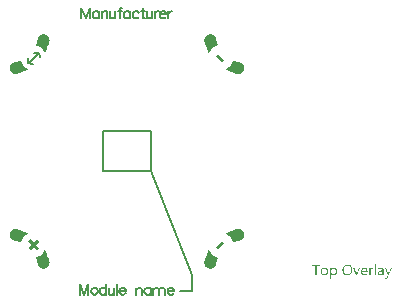
<source format=gto>
G04*
G04 #@! TF.GenerationSoftware,Altium Limited,Altium Designer,22.4.2 (48)*
G04*
G04 Layer_Color=65535*
%FSAX44Y44*%
%MOMM*%
G71*
G04*
G04 #@! TF.SameCoordinates,3CED078E-C40B-4900-A66E-FCBC5E85EC31*
G04*
G04*
G04 #@! TF.FilePolarity,Positive*
G04*
G01*
G75*
%ADD10C,0.1000*%
%ADD11C,0.3300*%
%ADD12C,1.0000*%
%ADD13C,0.2000*%
%ADD14C,0.1700*%
G36*
X00082483Y-00077517D02*
X00077517Y-00082483D01*
X00075515Y-00080480D01*
X00080480Y-00075515D01*
X00082483Y-00077517D01*
X00082483Y-00077517D02*
G37*
G36*
X00082483Y00077517D02*
X00080480Y00075515D01*
X00075515Y00080480D01*
X00077517Y00082483D01*
X00082483Y00077517D01*
X00082483Y00077517D02*
G37*
G36*
X-00078873Y-00077114D02*
X-00076180Y-00074421D01*
X-00074384Y-00076216D01*
X-00077077Y-00078909D01*
X-00074394Y-00081593D01*
X-00076189Y-00083389D01*
X-00078873Y-00080705D01*
X-00081584Y-00083416D01*
X-00083379Y-00081621D01*
X-00080668Y-00078909D01*
X-00083389Y-00076189D01*
X-00081593Y-00074394D01*
X-00078873Y-00077114D01*
X-00078873Y-00077114D02*
G37*
G36*
X00175295Y-00098238D02*
X00175381Y-00098246D01*
X00175483Y-00098253D01*
X00175601Y-00098277D01*
X00175735Y-00098301D01*
X00175884Y-00098340D01*
X00176033Y-00098387D01*
X00176190Y-00098442D01*
X00176347Y-00098512D01*
X00176512Y-00098591D01*
X00176669Y-00098693D01*
X00176818Y-00098811D01*
X00176967Y-00098944D01*
X00177100Y-00099093D01*
X00177108Y-00099101D01*
X00177132Y-00099132D01*
X00177163Y-00099180D01*
X00177210Y-00099250D01*
X00177257Y-00099337D01*
X00177320Y-00099439D01*
X00177383Y-00099564D01*
X00177446Y-00099698D01*
X00177508Y-00099854D01*
X00177571Y-00100027D01*
X00177634Y-00100216D01*
X00177681Y-00100420D01*
X00177728Y-00100639D01*
X00177759Y-00100875D01*
X00177783Y-00101126D01*
X00177791Y-00101385D01*
X00177791Y-00101393D01*
X00177791Y-00101401D01*
X00177791Y-00101424D01*
X00177791Y-00101456D01*
X00177783Y-00101542D01*
X00177775Y-00101652D01*
X00177767Y-00101785D01*
X00177752Y-00101942D01*
X00177728Y-00102115D01*
X00177697Y-00102303D01*
X00177650Y-00102500D01*
X00177603Y-00102711D01*
X00177540Y-00102923D01*
X00177461Y-00103135D01*
X00177375Y-00103347D01*
X00177273Y-00103559D01*
X00177147Y-00103755D01*
X00177014Y-00103944D01*
X00177006Y-00103952D01*
X00176975Y-00103983D01*
X00176935Y-00104030D01*
X00176873Y-00104093D01*
X00176794Y-00104163D01*
X00176700Y-00104250D01*
X00176582Y-00104336D01*
X00176457Y-00104422D01*
X00176315Y-00104509D01*
X00176150Y-00104595D01*
X00175978Y-00104681D01*
X00175790Y-00104752D01*
X00175585Y-00104815D01*
X00175366Y-00104862D01*
X00175130Y-00104893D01*
X00174887Y-00104901D01*
X00174832Y-00104901D01*
X00174769Y-00104893D01*
X00174683Y-00104886D01*
X00174581Y-00104870D01*
X00174463Y-00104846D01*
X00174330Y-00104815D01*
X00174181Y-00104768D01*
X00174031Y-00104713D01*
X00173874Y-00104642D01*
X00173717Y-00104556D01*
X00173553Y-00104454D01*
X00173396Y-00104328D01*
X00173247Y-00104187D01*
X00173105Y-00104022D01*
X00172972Y-00103834D01*
X00172948Y-00103834D01*
X00172948Y-00107680D01*
X00171928Y-00107680D01*
X00171928Y-00098379D01*
X00172948Y-00098379D01*
X00172948Y-00099501D01*
X00172972Y-00099501D01*
X00172980Y-00099486D01*
X00173011Y-00099446D01*
X00173050Y-00099384D01*
X00173113Y-00099305D01*
X00173192Y-00099203D01*
X00173286Y-00099101D01*
X00173403Y-00098983D01*
X00173529Y-00098866D01*
X00173678Y-00098748D01*
X00173843Y-00098630D01*
X00174024Y-00098528D01*
X00174220Y-00098426D01*
X00174432Y-00098348D01*
X00174667Y-00098285D01*
X00174911Y-00098246D01*
X00175177Y-00098230D01*
X00175232Y-00098230D01*
X00175295Y-00098238D01*
X00175295Y-00098238D02*
G37*
G36*
X00208149Y-00098277D02*
X00208236Y-00098277D01*
X00208330Y-00098293D01*
X00208432Y-00098308D01*
X00208534Y-00098324D01*
X00208620Y-00098356D01*
X00208620Y-00099415D01*
X00208605Y-00099407D01*
X00208573Y-00099384D01*
X00208510Y-00099352D01*
X00208424Y-00099313D01*
X00208306Y-00099274D01*
X00208181Y-00099242D01*
X00208024Y-00099219D01*
X00207843Y-00099211D01*
X00207780Y-00099211D01*
X00207733Y-00099219D01*
X00207678Y-00099227D01*
X00207616Y-00099242D01*
X00207467Y-00099289D01*
X00207380Y-00099321D01*
X00207294Y-00099360D01*
X00207200Y-00099415D01*
X00207105Y-00099470D01*
X00207019Y-00099541D01*
X00206925Y-00099627D01*
X00206839Y-00099721D01*
X00206752Y-00099831D01*
X00206744Y-00099839D01*
X00206737Y-00099862D01*
X00206713Y-00099894D01*
X00206682Y-00099941D01*
X00206650Y-00100004D01*
X00206611Y-00100082D01*
X00206572Y-00100169D01*
X00206532Y-00100271D01*
X00206493Y-00100380D01*
X00206454Y-00100506D01*
X00206415Y-00100647D01*
X00206383Y-00100796D01*
X00206352Y-00100961D01*
X00206328Y-00101134D01*
X00206321Y-00101314D01*
X00206313Y-00101511D01*
X00206313Y-00104752D01*
X00205292Y-00104752D01*
X00205292Y-00098379D01*
X00206313Y-00098379D01*
X00206313Y-00099698D01*
X00206336Y-00099698D01*
X00206336Y-00099690D01*
X00206344Y-00099666D01*
X00206360Y-00099635D01*
X00206376Y-00099588D01*
X00206399Y-00099533D01*
X00206430Y-00099462D01*
X00206501Y-00099313D01*
X00206595Y-00099140D01*
X00206713Y-00098968D01*
X00206846Y-00098803D01*
X00207003Y-00098646D01*
X00207011Y-00098638D01*
X00207027Y-00098630D01*
X00207050Y-00098615D01*
X00207082Y-00098583D01*
X00207121Y-00098560D01*
X00207176Y-00098528D01*
X00207294Y-00098457D01*
X00207443Y-00098387D01*
X00207616Y-00098324D01*
X00207804Y-00098285D01*
X00207906Y-00098277D01*
X00208008Y-00098269D01*
X00208071Y-00098269D01*
X00208149Y-00098277D01*
X00208149Y-00098277D02*
G37*
G36*
X00221437Y-00105772D02*
X00221437Y-00105780D01*
X00221429Y-00105796D01*
X00221413Y-00105820D01*
X00221398Y-00105859D01*
X00221382Y-00105906D01*
X00221359Y-00105953D01*
X00221296Y-00106079D01*
X00221209Y-00106228D01*
X00221115Y-00106400D01*
X00220997Y-00106573D01*
X00220864Y-00106761D01*
X00220715Y-00106942D01*
X00220550Y-00107122D01*
X00220370Y-00107295D01*
X00220173Y-00107444D01*
X00219961Y-00107570D01*
X00219852Y-00107617D01*
X00219734Y-00107664D01*
X00219616Y-00107703D01*
X00219491Y-00107727D01*
X00219365Y-00107742D01*
X00219231Y-00107750D01*
X00219169Y-00107750D01*
X00219090Y-00107742D01*
X00218996Y-00107742D01*
X00218894Y-00107727D01*
X00218784Y-00107711D01*
X00218666Y-00107695D01*
X00218564Y-00107664D01*
X00218564Y-00106754D01*
X00218580Y-00106761D01*
X00218619Y-00106769D01*
X00218682Y-00106785D01*
X00218761Y-00106808D01*
X00218855Y-00106832D01*
X00218957Y-00106848D01*
X00219067Y-00106855D01*
X00219169Y-00106863D01*
X00219200Y-00106863D01*
X00219239Y-00106855D01*
X00219294Y-00106848D01*
X00219357Y-00106832D01*
X00219436Y-00106816D01*
X00219514Y-00106785D01*
X00219608Y-00106746D01*
X00219695Y-00106699D01*
X00219797Y-00106636D01*
X00219891Y-00106565D01*
X00219985Y-00106479D01*
X00220079Y-00106369D01*
X00220173Y-00106251D01*
X00220252Y-00106110D01*
X00220330Y-00105945D01*
X00220840Y-00104744D01*
X00218353Y-00098379D01*
X00219483Y-00098379D01*
X00221209Y-00103284D01*
X00221209Y-00103292D01*
X00221217Y-00103308D01*
X00221225Y-00103331D01*
X00221241Y-00103379D01*
X00221257Y-00103441D01*
X00221272Y-00103528D01*
X00221304Y-00103638D01*
X00221335Y-00103771D01*
X00221374Y-00103771D01*
X00221374Y-00103763D01*
X00221382Y-00103740D01*
X00221390Y-00103708D01*
X00221406Y-00103653D01*
X00221421Y-00103590D01*
X00221437Y-00103512D01*
X00221468Y-00103410D01*
X00221500Y-00103300D01*
X00223313Y-00098379D01*
X00224364Y-00098379D01*
X00221437Y-00105772D01*
X00221437Y-00105772D02*
G37*
G36*
X00194995Y-00104752D02*
X00193990Y-00104752D01*
X00191581Y-00098379D01*
X00192695Y-00098379D01*
X00194320Y-00103010D01*
X00194320Y-00103018D01*
X00194328Y-00103033D01*
X00194336Y-00103057D01*
X00194352Y-00103096D01*
X00194367Y-00103143D01*
X00194383Y-00103190D01*
X00194414Y-00103316D01*
X00194454Y-00103449D01*
X00194493Y-00103598D01*
X00194516Y-00103755D01*
X00194540Y-00103904D01*
X00194563Y-00103904D01*
X00194563Y-00103897D01*
X00194563Y-00103881D01*
X00194571Y-00103857D01*
X00194579Y-00103826D01*
X00194579Y-00103779D01*
X00194595Y-00103732D01*
X00194611Y-00103614D01*
X00194642Y-00103481D01*
X00194673Y-00103339D01*
X00194720Y-00103190D01*
X00194767Y-00103041D01*
X00196455Y-00098379D01*
X00197530Y-00098379D01*
X00194995Y-00104752D01*
X00194995Y-00104752D02*
G37*
G36*
X00215221Y-00098238D02*
X00215276Y-00098238D01*
X00215331Y-00098246D01*
X00215401Y-00098253D01*
X00215480Y-00098269D01*
X00215645Y-00098301D01*
X00215841Y-00098356D01*
X00216037Y-00098426D01*
X00216249Y-00098528D01*
X00216461Y-00098654D01*
X00216563Y-00098724D01*
X00216665Y-00098811D01*
X00216759Y-00098905D01*
X00216853Y-00098999D01*
X00216940Y-00099109D01*
X00217018Y-00099235D01*
X00217097Y-00099360D01*
X00217167Y-00099501D01*
X00217222Y-00099658D01*
X00217277Y-00099823D01*
X00217316Y-00099996D01*
X00217348Y-00100192D01*
X00217363Y-00100388D01*
X00217371Y-00100608D01*
X00217371Y-00104752D01*
X00216351Y-00104752D01*
X00216351Y-00103763D01*
X00216327Y-00103763D01*
X00216320Y-00103779D01*
X00216296Y-00103810D01*
X00216257Y-00103865D01*
X00216202Y-00103944D01*
X00216131Y-00104030D01*
X00216045Y-00104124D01*
X00215951Y-00104226D01*
X00215833Y-00104328D01*
X00215700Y-00104438D01*
X00215558Y-00104540D01*
X00215394Y-00104634D01*
X00215221Y-00104721D01*
X00215025Y-00104799D01*
X00214821Y-00104854D01*
X00214601Y-00104886D01*
X00214365Y-00104901D01*
X00214271Y-00104901D01*
X00214208Y-00104893D01*
X00214130Y-00104886D01*
X00214036Y-00104878D01*
X00213934Y-00104862D01*
X00213824Y-00104838D01*
X00213580Y-00104776D01*
X00213463Y-00104736D01*
X00213337Y-00104689D01*
X00213212Y-00104634D01*
X00213094Y-00104564D01*
X00212984Y-00104485D01*
X00212874Y-00104399D01*
X00212866Y-00104391D01*
X00212851Y-00104375D01*
X00212827Y-00104344D01*
X00212788Y-00104305D01*
X00212749Y-00104258D01*
X00212709Y-00104195D01*
X00212654Y-00104124D01*
X00212607Y-00104046D01*
X00212560Y-00103952D01*
X00212513Y-00103849D01*
X00212466Y-00103740D01*
X00212427Y-00103622D01*
X00212388Y-00103496D01*
X00212364Y-00103363D01*
X00212348Y-00103214D01*
X00212340Y-00103065D01*
X00212340Y-00103057D01*
X00212340Y-00103041D01*
X00212340Y-00103018D01*
X00212348Y-00102986D01*
X00212348Y-00102947D01*
X00212356Y-00102900D01*
X00212372Y-00102782D01*
X00212403Y-00102641D01*
X00212450Y-00102484D01*
X00212513Y-00102311D01*
X00212607Y-00102131D01*
X00212717Y-00101950D01*
X00212851Y-00101770D01*
X00212937Y-00101683D01*
X00213023Y-00101597D01*
X00213125Y-00101511D01*
X00213227Y-00101432D01*
X00213345Y-00101354D01*
X00213471Y-00101283D01*
X00213604Y-00101220D01*
X00213753Y-00101157D01*
X00213910Y-00101103D01*
X00214075Y-00101055D01*
X00214256Y-00101016D01*
X00214444Y-00100985D01*
X00216351Y-00100718D01*
X00216351Y-00100710D01*
X00216351Y-00100702D01*
X00216351Y-00100679D01*
X00216351Y-00100647D01*
X00216343Y-00100569D01*
X00216327Y-00100467D01*
X00216312Y-00100341D01*
X00216280Y-00100200D01*
X00216241Y-00100059D01*
X00216186Y-00099902D01*
X00216116Y-00099753D01*
X00216029Y-00099603D01*
X00215927Y-00099470D01*
X00215802Y-00099344D01*
X00215645Y-00099242D01*
X00215472Y-00099164D01*
X00215378Y-00099132D01*
X00215268Y-00099109D01*
X00215158Y-00099101D01*
X00215040Y-00099093D01*
X00214985Y-00099093D01*
X00214930Y-00099101D01*
X00214844Y-00099109D01*
X00214742Y-00099117D01*
X00214624Y-00099132D01*
X00214491Y-00099156D01*
X00214350Y-00099187D01*
X00214193Y-00099235D01*
X00214028Y-00099282D01*
X00213855Y-00099344D01*
X00213675Y-00099423D01*
X00213494Y-00099517D01*
X00213314Y-00099619D01*
X00213133Y-00099737D01*
X00212960Y-00099878D01*
X00212960Y-00098834D01*
X00212968Y-00098826D01*
X00213000Y-00098811D01*
X00213055Y-00098779D01*
X00213125Y-00098740D01*
X00213220Y-00098693D01*
X00213321Y-00098646D01*
X00213447Y-00098591D01*
X00213588Y-00098528D01*
X00213738Y-00098473D01*
X00213902Y-00098418D01*
X00214083Y-00098371D01*
X00214271Y-00098324D01*
X00214475Y-00098285D01*
X00214679Y-00098253D01*
X00214899Y-00098238D01*
X00215127Y-00098230D01*
X00215182Y-00098230D01*
X00215221Y-00098238D01*
X00215221Y-00098238D02*
G37*
G36*
X00210747Y-00104752D02*
X00209727Y-00104752D01*
X00209727Y-00095318D01*
X00210747Y-00095318D01*
X00210747Y-00104752D01*
X00210747Y-00104752D02*
G37*
G36*
X00163193Y-00096778D02*
X00160618Y-00096778D01*
X00160618Y-00104752D01*
X00159574Y-00104752D01*
X00159574Y-00096778D01*
X00157000Y-00096778D01*
X00157000Y-00095828D01*
X00163193Y-00095828D01*
X00163193Y-00096778D01*
X00163193Y-00096778D02*
G37*
G36*
X00201250Y-00098238D02*
X00201337Y-00098246D01*
X00201447Y-00098253D01*
X00201564Y-00098269D01*
X00201698Y-00098301D01*
X00201839Y-00098332D01*
X00201996Y-00098371D01*
X00202153Y-00098426D01*
X00202310Y-00098497D01*
X00202475Y-00098575D01*
X00202632Y-00098669D01*
X00202781Y-00098779D01*
X00202930Y-00098905D01*
X00203063Y-00099046D01*
X00203071Y-00099054D01*
X00203095Y-00099085D01*
X00203126Y-00099132D01*
X00203173Y-00099195D01*
X00203220Y-00099274D01*
X00203283Y-00099376D01*
X00203346Y-00099494D01*
X00203409Y-00099627D01*
X00203472Y-00099784D01*
X00203534Y-00099949D01*
X00203597Y-00100137D01*
X00203644Y-00100333D01*
X00203691Y-00100553D01*
X00203723Y-00100781D01*
X00203746Y-00101032D01*
X00203754Y-00101291D01*
X00203754Y-00101825D01*
X00199249Y-00101825D01*
X00199249Y-00101840D01*
X00199249Y-00101872D01*
X00199257Y-00101927D01*
X00199265Y-00101997D01*
X00199272Y-00102091D01*
X00199288Y-00102193D01*
X00199304Y-00102303D01*
X00199335Y-00102429D01*
X00199406Y-00102696D01*
X00199453Y-00102829D01*
X00199508Y-00102970D01*
X00199571Y-00103104D01*
X00199641Y-00103237D01*
X00199728Y-00103355D01*
X00199822Y-00103473D01*
X00199830Y-00103481D01*
X00199846Y-00103496D01*
X00199877Y-00103528D01*
X00199924Y-00103559D01*
X00199979Y-00103606D01*
X00200049Y-00103653D01*
X00200128Y-00103708D01*
X00200214Y-00103755D01*
X00200316Y-00103810D01*
X00200434Y-00103865D01*
X00200552Y-00103912D01*
X00200693Y-00103959D01*
X00200834Y-00103991D01*
X00200991Y-00104022D01*
X00201156Y-00104038D01*
X00201329Y-00104046D01*
X00201376Y-00104046D01*
X00201431Y-00104038D01*
X00201509Y-00104038D01*
X00201604Y-00104022D01*
X00201713Y-00104006D01*
X00201839Y-00103983D01*
X00201980Y-00103959D01*
X00202129Y-00103920D01*
X00202286Y-00103873D01*
X00202451Y-00103818D01*
X00202616Y-00103747D01*
X00202789Y-00103669D01*
X00202961Y-00103575D01*
X00203134Y-00103465D01*
X00203307Y-00103339D01*
X00203307Y-00104297D01*
X00203299Y-00104305D01*
X00203267Y-00104320D01*
X00203220Y-00104352D01*
X00203158Y-00104391D01*
X00203071Y-00104438D01*
X00202969Y-00104485D01*
X00202852Y-00104540D01*
X00202718Y-00104595D01*
X00202561Y-00104658D01*
X00202396Y-00104713D01*
X00202216Y-00104760D01*
X00202020Y-00104807D01*
X00201808Y-00104846D01*
X00201580Y-00104878D01*
X00201337Y-00104893D01*
X00201086Y-00104901D01*
X00201023Y-00104901D01*
X00200960Y-00104893D01*
X00200866Y-00104886D01*
X00200748Y-00104878D01*
X00200615Y-00104854D01*
X00200473Y-00104831D01*
X00200316Y-00104791D01*
X00200152Y-00104744D01*
X00199979Y-00104689D01*
X00199798Y-00104619D01*
X00199626Y-00104540D01*
X00199445Y-00104438D01*
X00199280Y-00104320D01*
X00199116Y-00104187D01*
X00198966Y-00104038D01*
X00198959Y-00104030D01*
X00198935Y-00103999D01*
X00198896Y-00103944D01*
X00198849Y-00103873D01*
X00198786Y-00103787D01*
X00198723Y-00103677D01*
X00198652Y-00103551D01*
X00198582Y-00103402D01*
X00198511Y-00103245D01*
X00198441Y-00103057D01*
X00198378Y-00102861D01*
X00198315Y-00102641D01*
X00198268Y-00102405D01*
X00198229Y-00102154D01*
X00198205Y-00101880D01*
X00198197Y-00101597D01*
X00198197Y-00101589D01*
X00198197Y-00101581D01*
X00198197Y-00101558D01*
X00198197Y-00101534D01*
X00198205Y-00101456D01*
X00198213Y-00101346D01*
X00198221Y-00101220D01*
X00198244Y-00101079D01*
X00198268Y-00100914D01*
X00198299Y-00100734D01*
X00198346Y-00100545D01*
X00198401Y-00100349D01*
X00198472Y-00100145D01*
X00198550Y-00099941D01*
X00198645Y-00099745D01*
X00198762Y-00099541D01*
X00198888Y-00099352D01*
X00199037Y-00099172D01*
X00199045Y-00099164D01*
X00199076Y-00099132D01*
X00199123Y-00099085D01*
X00199186Y-00099023D01*
X00199272Y-00098952D01*
X00199375Y-00098874D01*
X00199484Y-00098787D01*
X00199618Y-00098701D01*
X00199759Y-00098615D01*
X00199924Y-00098528D01*
X00200097Y-00098450D01*
X00200277Y-00098379D01*
X00200473Y-00098316D01*
X00200685Y-00098269D01*
X00200905Y-00098238D01*
X00201133Y-00098230D01*
X00201188Y-00098230D01*
X00201250Y-00098238D01*
X00201250Y-00098238D02*
G37*
G36*
X00186927Y-00095687D02*
X00186982Y-00095687D01*
X00187037Y-00095695D01*
X00187107Y-00095695D01*
X00187264Y-00095718D01*
X00187445Y-00095742D01*
X00187649Y-00095781D01*
X00187868Y-00095836D01*
X00188096Y-00095899D01*
X00188339Y-00095985D01*
X00188583Y-00096087D01*
X00188834Y-00096205D01*
X00189085Y-00096346D01*
X00189321Y-00096511D01*
X00189556Y-00096707D01*
X00189776Y-00096927D01*
X00189791Y-00096943D01*
X00189823Y-00096982D01*
X00189878Y-00097053D01*
X00189956Y-00097155D01*
X00190035Y-00097280D01*
X00190137Y-00097429D01*
X00190239Y-00097602D01*
X00190341Y-00097798D01*
X00190443Y-00098026D01*
X00190545Y-00098269D01*
X00190647Y-00098536D01*
X00190733Y-00098826D01*
X00190804Y-00099140D01*
X00190859Y-00099470D01*
X00190890Y-00099815D01*
X00190906Y-00100184D01*
X00190906Y-00100192D01*
X00190906Y-00100208D01*
X00190906Y-00100239D01*
X00190906Y-00100278D01*
X00190898Y-00100333D01*
X00190898Y-00100396D01*
X00190890Y-00100467D01*
X00190890Y-00100545D01*
X00190882Y-00100632D01*
X00190875Y-00100726D01*
X00190843Y-00100938D01*
X00190812Y-00101181D01*
X00190765Y-00101432D01*
X00190702Y-00101707D01*
X00190623Y-00101989D01*
X00190529Y-00102272D01*
X00190419Y-00102562D01*
X00190286Y-00102845D01*
X00190129Y-00103127D01*
X00189948Y-00103386D01*
X00189744Y-00103638D01*
X00189729Y-00103653D01*
X00189689Y-00103693D01*
X00189627Y-00103755D01*
X00189532Y-00103834D01*
X00189415Y-00103928D01*
X00189273Y-00104038D01*
X00189116Y-00104148D01*
X00188928Y-00104265D01*
X00188716Y-00104383D01*
X00188481Y-00104501D01*
X00188230Y-00104611D01*
X00187955Y-00104705D01*
X00187657Y-00104783D01*
X00187343Y-00104846D01*
X00187005Y-00104886D01*
X00186652Y-00104901D01*
X00186566Y-00104901D01*
X00186526Y-00104893D01*
X00186472Y-00104893D01*
X00186409Y-00104886D01*
X00186338Y-00104878D01*
X00186173Y-00104862D01*
X00185993Y-00104838D01*
X00185781Y-00104799D01*
X00185561Y-00104744D01*
X00185318Y-00104681D01*
X00185074Y-00104595D01*
X00184823Y-00104493D01*
X00184564Y-00104375D01*
X00184313Y-00104234D01*
X00184070Y-00104061D01*
X00183827Y-00103873D01*
X00183607Y-00103653D01*
X00183591Y-00103638D01*
X00183560Y-00103598D01*
X00183505Y-00103528D01*
X00183426Y-00103426D01*
X00183340Y-00103300D01*
X00183246Y-00103151D01*
X00183144Y-00102978D01*
X00183042Y-00102774D01*
X00182932Y-00102555D01*
X00182830Y-00102311D01*
X00182736Y-00102044D01*
X00182649Y-00101754D01*
X00182571Y-00101440D01*
X00182516Y-00101110D01*
X00182484Y-00100765D01*
X00182469Y-00100396D01*
X00182469Y-00100388D01*
X00182469Y-00100372D01*
X00182469Y-00100341D01*
X00182469Y-00100302D01*
X00182477Y-00100247D01*
X00182477Y-00100192D01*
X00182484Y-00100121D01*
X00182484Y-00100043D01*
X00182492Y-00099957D01*
X00182508Y-00099854D01*
X00182532Y-00099650D01*
X00182563Y-00099415D01*
X00182618Y-00099164D01*
X00182673Y-00098889D01*
X00182751Y-00098615D01*
X00182845Y-00098332D01*
X00182955Y-00098041D01*
X00183089Y-00097759D01*
X00183246Y-00097484D01*
X00183426Y-00097217D01*
X00183630Y-00096966D01*
X00183646Y-00096951D01*
X00183685Y-00096911D01*
X00183748Y-00096848D01*
X00183842Y-00096762D01*
X00183960Y-00096668D01*
X00184109Y-00096558D01*
X00184274Y-00096440D01*
X00184462Y-00096323D01*
X00184682Y-00096205D01*
X00184917Y-00096087D01*
X00185176Y-00095977D01*
X00185459Y-00095883D01*
X00185765Y-00095797D01*
X00186087Y-00095734D01*
X00186432Y-00095695D01*
X00186801Y-00095679D01*
X00186880Y-00095679D01*
X00186927Y-00095687D01*
X00186927Y-00095687D02*
G37*
G36*
X00167407Y-00098238D02*
X00167509Y-00098246D01*
X00167627Y-00098253D01*
X00167768Y-00098277D01*
X00167917Y-00098301D01*
X00168082Y-00098340D01*
X00168263Y-00098387D01*
X00168443Y-00098442D01*
X00168624Y-00098512D01*
X00168812Y-00098599D01*
X00168993Y-00098701D01*
X00169173Y-00098819D01*
X00169338Y-00098952D01*
X00169495Y-00099109D01*
X00169503Y-00099117D01*
X00169526Y-00099148D01*
X00169566Y-00099203D01*
X00169620Y-00099274D01*
X00169683Y-00099360D01*
X00169746Y-00099470D01*
X00169825Y-00099595D01*
X00169895Y-00099745D01*
X00169974Y-00099909D01*
X00170044Y-00100090D01*
X00170107Y-00100286D01*
X00170170Y-00100506D01*
X00170225Y-00100741D01*
X00170264Y-00100993D01*
X00170288Y-00101259D01*
X00170296Y-00101542D01*
X00170296Y-00101550D01*
X00170296Y-00101558D01*
X00170296Y-00101581D01*
X00170296Y-00101613D01*
X00170288Y-00101691D01*
X00170280Y-00101793D01*
X00170272Y-00101927D01*
X00170248Y-00102076D01*
X00170225Y-00102240D01*
X00170186Y-00102421D01*
X00170138Y-00102609D01*
X00170084Y-00102814D01*
X00170013Y-00103018D01*
X00169935Y-00103222D01*
X00169832Y-00103426D01*
X00169715Y-00103622D01*
X00169581Y-00103810D01*
X00169432Y-00103991D01*
X00169424Y-00103999D01*
X00169393Y-00104030D01*
X00169346Y-00104077D01*
X00169275Y-00104132D01*
X00169189Y-00104203D01*
X00169087Y-00104281D01*
X00168961Y-00104360D01*
X00168820Y-00104446D01*
X00168663Y-00104532D01*
X00168490Y-00104611D01*
X00168302Y-00104689D01*
X00168098Y-00104760D01*
X00167870Y-00104815D01*
X00167635Y-00104862D01*
X00167391Y-00104893D01*
X00167125Y-00104901D01*
X00167062Y-00104901D01*
X00166991Y-00104893D01*
X00166889Y-00104886D01*
X00166772Y-00104878D01*
X00166630Y-00104854D01*
X00166481Y-00104831D01*
X00166316Y-00104791D01*
X00166136Y-00104744D01*
X00165955Y-00104681D01*
X00165767Y-00104611D01*
X00165578Y-00104524D01*
X00165390Y-00104422D01*
X00165202Y-00104305D01*
X00165029Y-00104171D01*
X00164864Y-00104014D01*
X00164856Y-00104006D01*
X00164825Y-00103975D01*
X00164786Y-00103920D01*
X00164731Y-00103849D01*
X00164668Y-00103763D01*
X00164597Y-00103653D01*
X00164527Y-00103528D01*
X00164448Y-00103379D01*
X00164370Y-00103222D01*
X00164291Y-00103041D01*
X00164221Y-00102845D01*
X00164158Y-00102633D01*
X00164103Y-00102413D01*
X00164064Y-00102170D01*
X00164032Y-00101911D01*
X00164025Y-00101644D01*
X00164025Y-00101636D01*
X00164025Y-00101628D01*
X00164025Y-00101605D01*
X00164025Y-00101573D01*
X00164032Y-00101487D01*
X00164040Y-00101377D01*
X00164048Y-00101244D01*
X00164072Y-00101087D01*
X00164095Y-00100914D01*
X00164134Y-00100726D01*
X00164181Y-00100529D01*
X00164236Y-00100325D01*
X00164307Y-00100113D01*
X00164393Y-00099902D01*
X00164495Y-00099698D01*
X00164605Y-00099501D01*
X00164739Y-00099313D01*
X00164896Y-00099132D01*
X00164904Y-00099125D01*
X00164935Y-00099093D01*
X00164990Y-00099046D01*
X00165061Y-00098991D01*
X00165147Y-00098921D01*
X00165257Y-00098850D01*
X00165382Y-00098764D01*
X00165523Y-00098677D01*
X00165681Y-00098599D01*
X00165861Y-00098512D01*
X00166057Y-00098442D01*
X00166269Y-00098371D01*
X00166497Y-00098316D01*
X00166740Y-00098269D01*
X00166999Y-00098238D01*
X00167274Y-00098230D01*
X00167337Y-00098230D01*
X00167407Y-00098238D01*
X00167407Y-00098238D02*
G37*
%LPC*%
G36*
X00174926Y-00099093D02*
X00174840Y-00099093D01*
X00174777Y-00099101D01*
X00174699Y-00099109D01*
X00174612Y-00099125D01*
X00174518Y-00099148D01*
X00174408Y-00099172D01*
X00174298Y-00099203D01*
X00174181Y-00099242D01*
X00174063Y-00099297D01*
X00173945Y-00099352D01*
X00173827Y-00099423D01*
X00173710Y-00099509D01*
X00173592Y-00099603D01*
X00173490Y-00099713D01*
X00173482Y-00099721D01*
X00173466Y-00099745D01*
X00173443Y-00099776D01*
X00173403Y-00099823D01*
X00173364Y-00099886D01*
X00173317Y-00099957D01*
X00173270Y-00100043D01*
X00173223Y-00100137D01*
X00173168Y-00100247D01*
X00173121Y-00100365D01*
X00173074Y-00100490D01*
X00173035Y-00100632D01*
X00172995Y-00100781D01*
X00172972Y-00100930D01*
X00172956Y-00101095D01*
X00172948Y-00101267D01*
X00172948Y-00102154D01*
X00172948Y-00102162D01*
X00172948Y-00102186D01*
X00172948Y-00102233D01*
X00172956Y-00102288D01*
X00172964Y-00102358D01*
X00172972Y-00102437D01*
X00172988Y-00102523D01*
X00173011Y-00102617D01*
X00173074Y-00102829D01*
X00173113Y-00102939D01*
X00173160Y-00103057D01*
X00173223Y-00103167D01*
X00173294Y-00103284D01*
X00173372Y-00103394D01*
X00173458Y-00103496D01*
X00173466Y-00103504D01*
X00173482Y-00103520D01*
X00173513Y-00103543D01*
X00173553Y-00103583D01*
X00173600Y-00103622D01*
X00173662Y-00103669D01*
X00173733Y-00103716D01*
X00173820Y-00103771D01*
X00173906Y-00103818D01*
X00174008Y-00103873D01*
X00174118Y-00103920D01*
X00174228Y-00103959D01*
X00174353Y-00103999D01*
X00174487Y-00104022D01*
X00174628Y-00104038D01*
X00174769Y-00104046D01*
X00174808Y-00104046D01*
X00174855Y-00104038D01*
X00174926Y-00104038D01*
X00174997Y-00104022D01*
X00175091Y-00104006D01*
X00175193Y-00103983D01*
X00175295Y-00103959D01*
X00175413Y-00103920D01*
X00175530Y-00103873D01*
X00175648Y-00103818D01*
X00175774Y-00103747D01*
X00175891Y-00103669D01*
X00176009Y-00103575D01*
X00176119Y-00103465D01*
X00176221Y-00103339D01*
X00176229Y-00103331D01*
X00176245Y-00103308D01*
X00176268Y-00103269D01*
X00176308Y-00103206D01*
X00176347Y-00103135D01*
X00176386Y-00103049D01*
X00176433Y-00102939D01*
X00176488Y-00102821D01*
X00176535Y-00102688D01*
X00176582Y-00102539D01*
X00176621Y-00102382D01*
X00176669Y-00102201D01*
X00176700Y-00102013D01*
X00176723Y-00101809D01*
X00176739Y-00101589D01*
X00176747Y-00101362D01*
X00176747Y-00101346D01*
X00176747Y-00101314D01*
X00176747Y-00101259D01*
X00176739Y-00101189D01*
X00176731Y-00101095D01*
X00176723Y-00100993D01*
X00176708Y-00100883D01*
X00176684Y-00100757D01*
X00176629Y-00100490D01*
X00176590Y-00100349D01*
X00176535Y-00100216D01*
X00176480Y-00100074D01*
X00176417Y-00099941D01*
X00176339Y-00099815D01*
X00176253Y-00099698D01*
X00176245Y-00099690D01*
X00176229Y-00099674D01*
X00176206Y-00099643D01*
X00176166Y-00099603D01*
X00176111Y-00099556D01*
X00176056Y-00099509D01*
X00175986Y-00099454D01*
X00175907Y-00099391D01*
X00175813Y-00099337D01*
X00175719Y-00099282D01*
X00175609Y-00099235D01*
X00175491Y-00099187D01*
X00175358Y-00099148D01*
X00175224Y-00099117D01*
X00175083Y-00099101D01*
X00174926Y-00099093D01*
X00174926Y-00099093D02*
G37*
G36*
X00216351Y-00101534D02*
X00214813Y-00101746D01*
X00214805Y-00101746D01*
X00214781Y-00101754D01*
X00214742Y-00101754D01*
X00214695Y-00101762D01*
X00214640Y-00101777D01*
X00214569Y-00101793D01*
X00214412Y-00101825D01*
X00214240Y-00101872D01*
X00214067Y-00101934D01*
X00213895Y-00102013D01*
X00213816Y-00102052D01*
X00213745Y-00102099D01*
X00213730Y-00102115D01*
X00213690Y-00102146D01*
X00213628Y-00102209D01*
X00213565Y-00102303D01*
X00213502Y-00102429D01*
X00213471Y-00102500D01*
X00213439Y-00102578D01*
X00213416Y-00102664D01*
X00213400Y-00102766D01*
X00213392Y-00102868D01*
X00213384Y-00102986D01*
X00213384Y-00102994D01*
X00213384Y-00103010D01*
X00213384Y-00103033D01*
X00213392Y-00103065D01*
X00213400Y-00103151D01*
X00213424Y-00103261D01*
X00213463Y-00103379D01*
X00213526Y-00103512D01*
X00213604Y-00103638D01*
X00213714Y-00103755D01*
X00213722Y-00103755D01*
X00213730Y-00103771D01*
X00213777Y-00103802D01*
X00213847Y-00103849D01*
X00213949Y-00103897D01*
X00214083Y-00103952D01*
X00214232Y-00103999D01*
X00214412Y-00104030D01*
X00214609Y-00104046D01*
X00214679Y-00104046D01*
X00214734Y-00104038D01*
X00214797Y-00104030D01*
X00214876Y-00104014D01*
X00214954Y-00103999D01*
X00215048Y-00103975D01*
X00215244Y-00103912D01*
X00215347Y-00103873D01*
X00215456Y-00103818D01*
X00215558Y-00103755D01*
X00215660Y-00103685D01*
X00215762Y-00103606D01*
X00215857Y-00103512D01*
X00215865Y-00103504D01*
X00215880Y-00103488D01*
X00215904Y-00103457D01*
X00215935Y-00103418D01*
X00215974Y-00103363D01*
X00216014Y-00103300D01*
X00216061Y-00103229D01*
X00216108Y-00103143D01*
X00216147Y-00103049D01*
X00216194Y-00102947D01*
X00216233Y-00102837D01*
X00216273Y-00102719D01*
X00216304Y-00102594D01*
X00216327Y-00102460D01*
X00216343Y-00102319D01*
X00216351Y-00102170D01*
X00216351Y-00101534D01*
X00216351Y-00101534D02*
G37*
G36*
X00201117Y-00099093D02*
X00201046Y-00099093D01*
X00200999Y-00099101D01*
X00200936Y-00099109D01*
X00200858Y-00099117D01*
X00200779Y-00099132D01*
X00200693Y-00099156D01*
X00200497Y-00099219D01*
X00200395Y-00099258D01*
X00200293Y-00099313D01*
X00200191Y-00099368D01*
X00200081Y-00099439D01*
X00199987Y-00099517D01*
X00199885Y-00099611D01*
X00199877Y-00099619D01*
X00199861Y-00099635D01*
X00199838Y-00099666D01*
X00199806Y-00099705D01*
X00199767Y-00099760D01*
X00199720Y-00099815D01*
X00199673Y-00099894D01*
X00199618Y-00099972D01*
X00199563Y-00100066D01*
X00199516Y-00100169D01*
X00199461Y-00100278D01*
X00199414Y-00100396D01*
X00199367Y-00100529D01*
X00199328Y-00100663D01*
X00199288Y-00100812D01*
X00199265Y-00100961D01*
X00202710Y-00100961D01*
X00202710Y-00100953D01*
X00202710Y-00100922D01*
X00202710Y-00100875D01*
X00202702Y-00100812D01*
X00202694Y-00100741D01*
X00202687Y-00100655D01*
X00202671Y-00100561D01*
X00202655Y-00100459D01*
X00202600Y-00100239D01*
X00202522Y-00100004D01*
X00202475Y-00099894D01*
X00202420Y-00099784D01*
X00202357Y-00099682D01*
X00202278Y-00099588D01*
X00202271Y-00099580D01*
X00202263Y-00099564D01*
X00202239Y-00099541D01*
X00202200Y-00099509D01*
X00202161Y-00099470D01*
X00202106Y-00099431D01*
X00202051Y-00099384D01*
X00201980Y-00099337D01*
X00201902Y-00099297D01*
X00201815Y-00099250D01*
X00201713Y-00099211D01*
X00201611Y-00099172D01*
X00201502Y-00099140D01*
X00201384Y-00099117D01*
X00201250Y-00099101D01*
X00201117Y-00099093D01*
X00201117Y-00099093D02*
G37*
G36*
X00186723Y-00096629D02*
X00186660Y-00096629D01*
X00186589Y-00096637D01*
X00186487Y-00096644D01*
X00186369Y-00096660D01*
X00186228Y-00096684D01*
X00186079Y-00096715D01*
X00185914Y-00096754D01*
X00185734Y-00096809D01*
X00185545Y-00096872D01*
X00185357Y-00096958D01*
X00185169Y-00097053D01*
X00184972Y-00097170D01*
X00184792Y-00097304D01*
X00184611Y-00097461D01*
X00184439Y-00097641D01*
X00184431Y-00097649D01*
X00184399Y-00097688D01*
X00184360Y-00097743D01*
X00184305Y-00097822D01*
X00184235Y-00097924D01*
X00184164Y-00098049D01*
X00184086Y-00098191D01*
X00184007Y-00098356D01*
X00183921Y-00098536D01*
X00183842Y-00098740D01*
X00183771Y-00098960D01*
X00183701Y-00099195D01*
X00183646Y-00099446D01*
X00183607Y-00099721D01*
X00183575Y-00100004D01*
X00183568Y-00100310D01*
X00183568Y-00100318D01*
X00183568Y-00100325D01*
X00183568Y-00100349D01*
X00183568Y-00100380D01*
X00183568Y-00100420D01*
X00183575Y-00100467D01*
X00183583Y-00100584D01*
X00183591Y-00100726D01*
X00183615Y-00100883D01*
X00183638Y-00101063D01*
X00183677Y-00101259D01*
X00183717Y-00101463D01*
X00183779Y-00101683D01*
X00183842Y-00101903D01*
X00183929Y-00102123D01*
X00184023Y-00102343D01*
X00184140Y-00102562D01*
X00184274Y-00102766D01*
X00184423Y-00102963D01*
X00184431Y-00102970D01*
X00184462Y-00103002D01*
X00184509Y-00103057D01*
X00184580Y-00103120D01*
X00184666Y-00103198D01*
X00184768Y-00103277D01*
X00184886Y-00103371D01*
X00185019Y-00103465D01*
X00185176Y-00103559D01*
X00185341Y-00103645D01*
X00185530Y-00103732D01*
X00185726Y-00103810D01*
X00185938Y-00103873D01*
X00186165Y-00103920D01*
X00186401Y-00103959D01*
X00186652Y-00103967D01*
X00186715Y-00103967D01*
X00186793Y-00103959D01*
X00186895Y-00103952D01*
X00187021Y-00103936D01*
X00187162Y-00103920D01*
X00187319Y-00103889D01*
X00187492Y-00103849D01*
X00187672Y-00103794D01*
X00187861Y-00103732D01*
X00188057Y-00103653D01*
X00188245Y-00103559D01*
X00188442Y-00103457D01*
X00188622Y-00103324D01*
X00188803Y-00103174D01*
X00188967Y-00103010D01*
X00188975Y-00103002D01*
X00189007Y-00102963D01*
X00189046Y-00102908D01*
X00189101Y-00102829D01*
X00189163Y-00102735D01*
X00189234Y-00102617D01*
X00189313Y-00102476D01*
X00189391Y-00102311D01*
X00189470Y-00102131D01*
X00189548Y-00101934D01*
X00189619Y-00101715D01*
X00189681Y-00101471D01*
X00189736Y-00101212D01*
X00189776Y-00100938D01*
X00189807Y-00100639D01*
X00189815Y-00100325D01*
X00189815Y-00100318D01*
X00189815Y-00100302D01*
X00189815Y-00100278D01*
X00189815Y-00100247D01*
X00189815Y-00100208D01*
X00189807Y-00100153D01*
X00189799Y-00100035D01*
X00189791Y-00099886D01*
X00189768Y-00099713D01*
X00189744Y-00099525D01*
X00189713Y-00099321D01*
X00189666Y-00099109D01*
X00189611Y-00098881D01*
X00189548Y-00098654D01*
X00189470Y-00098426D01*
X00189375Y-00098206D01*
X00189266Y-00097987D01*
X00189140Y-00097782D01*
X00188991Y-00097594D01*
X00188983Y-00097586D01*
X00188952Y-00097555D01*
X00188904Y-00097508D01*
X00188842Y-00097445D01*
X00188755Y-00097367D01*
X00188653Y-00097288D01*
X00188536Y-00097202D01*
X00188402Y-00097107D01*
X00188245Y-00097021D01*
X00188073Y-00096935D01*
X00187892Y-00096848D01*
X00187688Y-00096778D01*
X00187468Y-00096715D01*
X00187233Y-00096668D01*
X00186989Y-00096637D01*
X00186723Y-00096629D01*
X00186723Y-00096629D02*
G37*
G36*
X00167195Y-00099093D02*
X00167156Y-00099093D01*
X00167101Y-00099101D01*
X00167031Y-00099101D01*
X00166952Y-00099117D01*
X00166858Y-00099125D01*
X00166748Y-00099148D01*
X00166630Y-00099180D01*
X00166513Y-00099211D01*
X00166387Y-00099258D01*
X00166254Y-00099313D01*
X00166128Y-00099376D01*
X00165994Y-00099454D01*
X00165869Y-00099541D01*
X00165751Y-00099643D01*
X00165641Y-00099760D01*
X00165633Y-00099768D01*
X00165618Y-00099792D01*
X00165586Y-00099831D01*
X00165555Y-00099886D01*
X00165508Y-00099949D01*
X00165461Y-00100035D01*
X00165406Y-00100129D01*
X00165359Y-00100239D01*
X00165304Y-00100365D01*
X00165249Y-00100506D01*
X00165202Y-00100655D01*
X00165155Y-00100820D01*
X00165123Y-00101000D01*
X00165092Y-00101189D01*
X00165076Y-00101393D01*
X00165068Y-00101605D01*
X00165068Y-00101621D01*
X00165068Y-00101652D01*
X00165076Y-00101715D01*
X00165076Y-00101793D01*
X00165084Y-00101887D01*
X00165100Y-00101997D01*
X00165115Y-00102123D01*
X00165139Y-00102256D01*
X00165170Y-00102397D01*
X00165210Y-00102539D01*
X00165257Y-00102688D01*
X00165312Y-00102837D01*
X00165374Y-00102986D01*
X00165453Y-00103127D01*
X00165539Y-00103269D01*
X00165641Y-00103394D01*
X00165649Y-00103402D01*
X00165665Y-00103426D01*
X00165704Y-00103457D01*
X00165751Y-00103496D01*
X00165806Y-00103543D01*
X00165877Y-00103598D01*
X00165963Y-00103661D01*
X00166057Y-00103716D01*
X00166159Y-00103779D01*
X00166277Y-00103842D01*
X00166403Y-00103897D01*
X00166544Y-00103944D01*
X00166693Y-00103983D01*
X00166850Y-00104014D01*
X00167015Y-00104038D01*
X00167195Y-00104046D01*
X00167242Y-00104046D01*
X00167290Y-00104038D01*
X00167360Y-00104038D01*
X00167439Y-00104022D01*
X00167533Y-00104014D01*
X00167643Y-00103991D01*
X00167760Y-00103967D01*
X00167878Y-00103936D01*
X00168004Y-00103889D01*
X00168129Y-00103842D01*
X00168255Y-00103779D01*
X00168380Y-00103708D01*
X00168498Y-00103622D01*
X00168616Y-00103520D01*
X00168718Y-00103410D01*
X00168726Y-00103402D01*
X00168741Y-00103379D01*
X00168765Y-00103339D01*
X00168804Y-00103292D01*
X00168843Y-00103222D01*
X00168891Y-00103143D01*
X00168938Y-00103049D01*
X00168985Y-00102939D01*
X00169032Y-00102814D01*
X00169087Y-00102680D01*
X00169126Y-00102531D01*
X00169165Y-00102366D01*
X00169205Y-00102193D01*
X00169228Y-00101997D01*
X00169244Y-00101793D01*
X00169252Y-00101581D01*
X00169252Y-00101566D01*
X00169252Y-00101526D01*
X00169252Y-00101463D01*
X00169244Y-00101385D01*
X00169236Y-00101283D01*
X00169220Y-00101173D01*
X00169205Y-00101040D01*
X00169189Y-00100906D01*
X00169118Y-00100608D01*
X00169079Y-00100459D01*
X00169024Y-00100302D01*
X00168969Y-00100153D01*
X00168891Y-00100012D01*
X00168812Y-00099870D01*
X00168718Y-00099745D01*
X00168710Y-00099737D01*
X00168694Y-00099713D01*
X00168663Y-00099682D01*
X00168616Y-00099643D01*
X00168561Y-00099595D01*
X00168498Y-00099541D01*
X00168420Y-00099478D01*
X00168326Y-00099415D01*
X00168223Y-00099360D01*
X00168114Y-00099297D01*
X00167988Y-00099242D01*
X00167855Y-00099195D01*
X00167705Y-00099156D01*
X00167549Y-00099125D01*
X00167376Y-00099101D01*
X00167195Y-00099093D01*
X00167195Y-00099093D02*
G37*
%LPD*%
D10*
X-00093521Y-00066116D02*
G03*
X-00095392Y-00074920I-00000936J-00004402D01*
G01*
X-00090271Y-00076429D02*
G03*
X-00095392Y-00074920I-00009729J-00023571D01*
G01*
X-00083993Y-00069438D02*
G03*
X-00090029Y-00076530I00001935J-00007762D01*
G01*
X-00083993Y-00069438D02*
G03*
X-00093740Y-00066073I-00016007J-00030562D01*
G01*
X-00076530Y-00090029D02*
G03*
X-00069438Y-00083993I-00000671J00007972D01*
G01*
X-00066073Y-00093740D02*
G03*
X-00069438Y-00083993I-00033927J-00006260D01*
G01*
X-00074920Y-00095393D02*
G03*
X-00066116Y-00093521I00004402J00000936D01*
G01*
X-00074920Y-00095393D02*
G03*
X-00076429Y-00090271I-00025080J-00004608D01*
G01*
X00066116Y-00093521D02*
G03*
X00074920Y-00095393I00004402J-00000936D01*
G01*
X00076429Y-00090271D02*
G03*
X00074920Y-00095393I00023571J-00009729D01*
G01*
X00069438Y-00083993D02*
G03*
X00076530Y-00090029I00007762J00001935D01*
G01*
X00090029Y-00076530D02*
G03*
X00083993Y-00069438I-00007972J-00000671D01*
G01*
X00093740Y-00066073D02*
G03*
X00083993Y-00069438I00006260J-00033927D01*
G01*
X00095393Y-00074920D02*
G03*
X00093521Y-00066116I-00000936J00004402D01*
G01*
X00095393Y-00074920D02*
G03*
X00090271Y-00076429I00004608J-00025080D01*
G01*
X00069438Y-00083993D02*
G03*
X00066073Y-00093740I00030562J-00016007D01*
G01*
X00083993Y00069438D02*
G03*
X00090029Y00076530I-00001935J00007762D01*
G01*
X00090271Y00076429D02*
G03*
X00095393Y00074920I00009729J00023571D01*
G01*
X00093521Y00066116D02*
G03*
X00095393Y00074920I00000936J00004402D01*
G01*
X00083993Y00069438D02*
G03*
X00093740Y00066073I00016007J00030562D01*
G01*
X00076530Y00090029D02*
G03*
X00069438Y00083993I00000671J-00007972D01*
G01*
X00066073Y00093740D02*
G03*
X00069438Y00083993I00033927J00006260D01*
G01*
X00074920Y00095393D02*
G03*
X00066116Y00093521I-00004402J-00000936D01*
G01*
X00074920Y00095393D02*
G03*
X00076429Y00090271I00025080J00004608D01*
G01*
X-00066116Y00093521D02*
G03*
X-00074920Y00095393I-00004402J00000936D01*
G01*
X-00076429Y00090271D02*
G03*
X-00074920Y00095393I-00023571J00009729D01*
G01*
X-00069438Y00083993D02*
G03*
X-00076530Y00090029I-00007762J-00001935D01*
G01*
X-00069438Y00083993D02*
G03*
X-00066073Y00093740I-00030562J00016007D01*
G01*
X-00090029Y00076530D02*
G03*
X-00083993Y00069438I00007972J00000671D01*
G01*
X-00093740Y00066073D02*
G03*
X-00083993Y00069438I-00006260J00033927D01*
G01*
X-00095392Y00074920D02*
G03*
X-00093521Y00066116I00000936J-00004402D01*
G01*
X-00095392Y00074920D02*
G03*
X-00090271Y00076429I-00004608J00025080D01*
G01*
D11*
X-00086849Y-00069396D02*
G03*
X-00091005Y-00074452I-00000745J-00003624D01*
G01*
X-00074452Y-00091005D02*
G03*
X-00069396Y-00086849I00001432J00003412D01*
G01*
X00069396Y-00086849D02*
G03*
X00074452Y-00091005I00003624J-00000745D01*
G01*
X00091005Y-00074452D02*
G03*
X00086849Y-00069396I-00003412J00001432D01*
G01*
X00086849Y00069396D02*
G03*
X00091005Y00074452I00000745J00003624D01*
G01*
X00074452Y00091005D02*
G03*
X00069396Y00086849I-00001432J-00003412D01*
G01*
X-00069396Y00086849D02*
G03*
X-00074452Y00091005I-00003624J00000745D01*
G01*
X-00091005Y00074452D02*
G03*
X-00086849Y00069396I00003412J-00001432D01*
G01*
D12*
X-00092854Y-00070863D02*
G03*
X-00094301Y-00070546I-00007146J-00029137D01*
G01*
X-00070546Y-00094301D02*
G03*
X-00070863Y-00092854I-00029454J-00005699D01*
G01*
X00070864Y-00092854D02*
G03*
X00070546Y-00094301I00029137J-00007146D01*
G01*
X00094301Y-00070546D02*
G03*
X00092854Y-00070863I00005699J-00029454D01*
G01*
X00092854Y00070863D02*
G03*
X00094301Y00070546I00007146J00029137D01*
G01*
X00070546Y00094301D02*
G03*
X00070863Y00092854I00029454J00005699D01*
G01*
X-00070863Y00092854D02*
G03*
X-00070546Y00094301I-00029137J00007146D01*
G01*
X-00094301Y00070546D02*
G03*
X-00092854Y00070863I-00005699J00029454D01*
G01*
D13*
X-00083661Y00074840D02*
X-00079734Y00074077D01*
X-00078835Y00083451D02*
X-00074840Y00083661D01*
X-00074008Y00079748D01*
X-00083661Y00074840D02*
G03*
X-00074840Y00083661I-00016339J00025160D01*
G01*
X-00020235Y00017500D02*
X00020235Y00017500D01*
X00020235Y-00016500D01*
X00055000Y-00104500D01*
X00055000Y-00118000D01*
X00045000Y-00118000D01*
X00020235Y-00016500D02*
X-00020235Y-00016500D01*
X-00020235Y00017500D01*
X-00083661Y00074840D02*
X-00083521Y00078837D01*
D14*
X-00039806Y-00121300D02*
X-00039806Y-00112302D01*
X-00036378Y-00121300D01*
X-00032950Y-00112302D01*
X-00032950Y-00121300D01*
X-00029951Y-00120015D02*
X-00029094Y-00120872D01*
X-00028237Y-00121300D01*
X-00026951Y-00121300D01*
X-00026094Y-00120872D01*
X-00025237Y-00120015D01*
X-00024809Y-00118729D01*
X-00024809Y-00117872D01*
X-00025237Y-00116587D01*
X-00026094Y-00115730D01*
X-00026951Y-00115301D01*
X-00028237Y-00115301D01*
X-00029094Y-00115730D01*
X-00029951Y-00116587D01*
X-00030379Y-00117872D01*
X-00030379Y-00118729D01*
X-00029951Y-00120015D01*
X-00022410Y-00120015D02*
X-00021553Y-00120872D01*
X-00020696Y-00121300D01*
X-00019410Y-00121300D01*
X-00018553Y-00120872D01*
X-00017696Y-00120015D01*
X-00017696Y-00121300D02*
X-00017696Y-00112302D01*
X-00018553Y-00115730D02*
X-00019410Y-00115301D01*
X-00020696Y-00115301D01*
X-00021553Y-00115730D01*
X-00022410Y-00116587D01*
X-00022838Y-00117872D01*
X-00022838Y-00118729D01*
X-00022410Y-00120015D01*
X-00015297Y-00119586D02*
X-00014868Y-00120872D01*
X-00014011Y-00121300D01*
X-00012726Y-00121300D01*
X-00011869Y-00120872D01*
X-00010583Y-00119586D01*
X-00010583Y-00121300D02*
X-00010583Y-00115301D01*
X-00015297Y-00115301D02*
X-00015297Y-00119586D01*
X-00017696Y-00116587D02*
X-00018553Y-00115730D01*
X-00005056Y-00115730D02*
X-00005913Y-00116587D01*
X-00006342Y-00117872D01*
X-00001200Y-00117872D01*
X-00001200Y-00117015D01*
X-00001628Y-00116158D01*
X-00002057Y-00115730D01*
X-00002914Y-00115301D01*
X-00004199Y-00115301D01*
X-00005056Y-00115730D01*
X-00006342Y-00117872D02*
X-00006342Y-00118729D01*
X-00005913Y-00120015D01*
X-00005056Y-00120872D01*
X-00004199Y-00121300D01*
X-00002914Y-00121300D01*
X-00002057Y-00120872D01*
X-00001200Y-00120015D01*
X-00008227Y-00121300D02*
X-00008227Y-00112302D01*
X00007798Y-00115301D02*
X00007798Y-00121300D01*
X00007798Y-00117015D02*
X00009084Y-00115730D01*
X00009941Y-00115301D01*
X00011226Y-00115301D01*
X00012083Y-00115730D01*
X00012512Y-00117015D01*
X00012512Y-00121300D01*
X00015297Y-00120015D02*
X00016154Y-00120872D01*
X00017011Y-00121300D01*
X00018296Y-00121300D01*
X00019153Y-00120872D01*
X00020010Y-00120015D01*
X00020010Y-00121300D02*
X00020010Y-00115301D01*
X00019153Y-00115730D02*
X00018296Y-00115301D01*
X00017011Y-00115301D01*
X00016154Y-00115730D01*
X00015297Y-00116587D01*
X00014868Y-00117872D01*
X00014868Y-00118729D01*
X00015297Y-00120015D01*
X00020010Y-00116587D02*
X00019153Y-00115730D01*
X00022410Y-00115301D02*
X00022410Y-00121300D01*
X00022410Y-00117015D02*
X00023695Y-00115730D01*
X00024552Y-00115301D01*
X00025837Y-00115301D01*
X00026694Y-00115730D01*
X00027123Y-00117015D01*
X00027123Y-00121300D01*
X00027123Y-00117015D02*
X00028408Y-00115730D01*
X00029265Y-00115301D01*
X00030551Y-00115301D01*
X00031408Y-00115730D01*
X00031836Y-00117015D01*
X00031836Y-00121300D01*
X00035092Y-00120015D02*
X00035949Y-00120872D01*
X00036806Y-00121300D01*
X00038092Y-00121300D01*
X00038949Y-00120872D01*
X00039806Y-00120015D01*
X00039806Y-00117872D02*
X00039806Y-00117015D01*
X00039377Y-00116158D01*
X00038949Y-00115730D01*
X00038092Y-00115301D01*
X00036806Y-00115301D01*
X00035949Y-00115730D01*
X00035092Y-00116587D01*
X00034664Y-00117872D01*
X00039806Y-00117872D01*
X00034664Y-00117872D02*
X00034664Y-00118729D01*
X00035092Y-00120015D01*
X00035050Y00112700D02*
X00035050Y00118699D01*
X00035478Y00117413D02*
X00036335Y00118270D01*
X00037192Y00118699D01*
X00038477Y00118699D01*
X00035478Y00117413D02*
X00035050Y00116128D01*
X00033122Y00116128D02*
X00033122Y00116985D01*
X00032693Y00117842D01*
X00032264Y00118270D01*
X00031408Y00118699D01*
X00030122Y00118699D01*
X00029265Y00118270D01*
X00028408Y00117413D01*
X00027980Y00116128D01*
X00033122Y00116128D01*
X00033122Y00113985D02*
X00032264Y00113128D01*
X00031408Y00112700D01*
X00030122Y00112700D01*
X00029265Y00113128D01*
X00028408Y00113985D01*
X00027980Y00115271D01*
X00027980Y00116128D01*
X00027166Y00118699D02*
X00025880Y00118699D01*
X00025023Y00118270D01*
X00024166Y00117413D01*
X00023738Y00116128D01*
X00023738Y00118699D02*
X00023738Y00112700D01*
X00021381Y00112700D02*
X00021381Y00118699D01*
X00021381Y00114414D02*
X00020096Y00113128D01*
X00019239Y00112700D01*
X00017953Y00112700D01*
X00017096Y00113128D01*
X00016668Y00114414D01*
X00016668Y00118699D01*
X00014954Y00118699D02*
X00011955Y00118699D01*
X00009169Y00118270D02*
X00008313Y00118699D01*
X00007027Y00118699D01*
X00006170Y00118270D01*
X00005313Y00117413D01*
X00004885Y00116128D01*
X00004885Y00115271D01*
X00005313Y00113985D01*
X00006170Y00113128D01*
X00007027Y00112700D01*
X00008313Y00112700D01*
X00009169Y00113128D01*
X00010026Y00113985D01*
X00010026Y00117413D02*
X00009169Y00118270D01*
X00002485Y00118699D02*
X00002485Y00112700D01*
X00001628Y00113128D02*
X00002485Y00113985D01*
X00001628Y00113128D02*
X00000771Y00112700D01*
X-00000514Y00112700D01*
X-00001371Y00113128D01*
X-00002228Y00113985D01*
X-00002657Y00115271D01*
X-00002657Y00116128D01*
X-00002228Y00117413D01*
X-00001371Y00118270D01*
X-00000514Y00118699D01*
X00000771Y00118699D01*
X00001628Y00118270D01*
X00002485Y00117413D01*
X-00004371Y00118699D02*
X-00007370Y00118699D01*
X-00009726Y00118699D02*
X-00009726Y00112700D01*
X-00011012Y00113128D02*
X-00009726Y00114414D01*
X-00011012Y00113128D02*
X-00011869Y00112700D01*
X-00013154Y00112700D01*
X-00014011Y00113128D01*
X-00014440Y00114414D01*
X-00014440Y00118699D01*
X-00017225Y00118270D02*
X-00016796Y00116985D01*
X-00016796Y00112700D01*
X-00021510Y00112700D02*
X-00021510Y00118699D01*
X-00021510Y00116985D02*
X-00020224Y00118270D01*
X-00019367Y00118699D01*
X-00018082Y00118699D01*
X-00017225Y00118270D01*
X-00023909Y00118699D02*
X-00023909Y00112700D01*
X-00024766Y00113128D02*
X-00023909Y00113985D01*
X-00024766Y00113128D02*
X-00025623Y00112700D01*
X-00026909Y00112700D01*
X-00027766Y00113128D01*
X-00028622Y00113985D01*
X-00029051Y00115271D01*
X-00029051Y00116128D01*
X-00028622Y00117413D01*
X-00027766Y00118270D01*
X-00026909Y00118699D01*
X-00025623Y00118699D01*
X-00024766Y00118270D01*
X-00023909Y00117413D01*
X-00006084Y00119984D02*
X-00006084Y00112700D01*
X-00006084Y00119984D02*
X-00005656Y00121270D01*
X-00004799Y00121698D01*
X-00003942Y00121698D01*
X00013240Y00121698D02*
X00013240Y00114414D01*
X00013669Y00113128D01*
X00014526Y00112700D01*
X00015382Y00112700D01*
X-00031622Y00112700D02*
X-00031622Y00121698D01*
X-00035050Y00112700D01*
X-00038477Y00121698D01*
X-00038477Y00112700D01*
M02*

</source>
